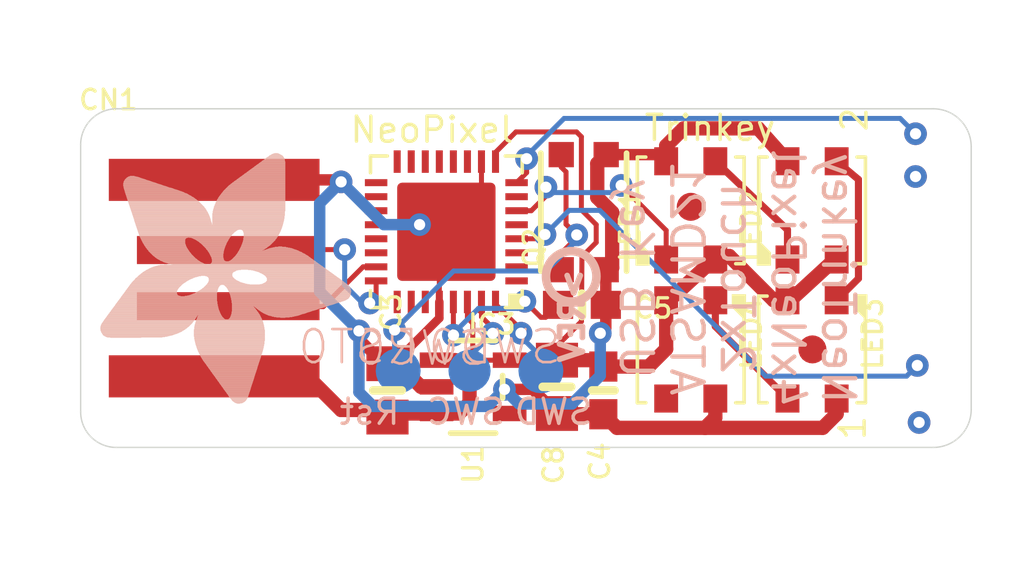
<source format=kicad_pcb>
(kicad_pcb (version 20211014) (generator pcbnew)
  (layers (0 "F.Cu" signal) (31 "B.Cu" signal) (34 "B.Paste" user) (35 "F.Paste" user) (36 "B.SilkS" user "B.Silkscreen") (37 "F.SilkS" user "F.Silkscreen") (38 "B.Mask" user) (39 "F.Mask" user) (44 "Edge.Cuts" user))
  (net 0 "")
  (net 1 "GND")
  (net 2 "D-")
  (net 3 "D+")
  (net 4 "VBUS")
  (net 5 "~{RESET}")
  (net 6 "3.3V")
  (net 7 "SWCLK")
  (net 8 "SWDIO")
  (net 9 "VDDCORE1")
  (net 10 "TOUCH1")
  (net 11 "TOUCH2")
  (net 12 "NEOPIX")
  (net 13 "N$1")
  (net 14 "N$2")
  (net 15 "N$3")
  (footprint "boardEagle:LED3535" (layer "F.Cu") (at 158.6866 107.543644 -90)
    (fp_text reference "LED3" (at -1.905 -2.159 90) (layer "F.SilkS") (effects (font (size 0.692831 0.692831) (thickness 0.119969)) (justify right)))
    (fp_text value "WS2812B3535")
    (pad "1" smd rect (at -1.75 -0.875) (size 0.85 1) (layers "F.Cu" "F.Paste" "F.Mask") (net 14 "N$2"))
    (pad "2" smd rect (at -1.75 0.875) (size 0.85 1) (layers "F.Cu" "F.Paste" "F.Mask") (net 6 "3.3V"))
    (pad "3" smd rect (at 1.75 0.875) (size 0.85 1) (layers "F.Cu" "F.Paste" "F.Mask") (net 15 "N$3"))
    (pad "4" smd rect (at 1.75 -0.875) (size 0.85 1) (layers "F.Cu" "F.Paste" "F.Mask") (net 1 "GND"))
  )
  (footprint "boardEagle:FIDUCIAL_1MM" (layer "F.Cu") (at 158.6993 107.543644)
    (fp_text reference "FID2" hide)
    (fp_text value "FIDUCIAL_1MM" hide)
    (pad "1" smd roundrect (at 0 0) (size 1 1) (layers "F.Cu" "F.Mask") (roundrect_rratio 0.5))
  )
  (footprint "boardEagle:0805-NO" (layer "F.Cu") (at 149.6061 108.877144 -90)
    (fp_text reference "C8" (at 2.032 0.127 90) (layer "F.SilkS") (effects (font (size 0.692831 0.692831) (thickness 0.119969)) (justify right)))
    (fp_text value "10uF")
    (pad "1" smd rect (at -0.95 0 270) (size 1.24 1.5) (layers "F.Cu" "F.Paste" "F.Mask") (net 6 "3.3V"))
    (pad "2" smd rect (at 0.95 0 270) (size 1.24 1.5) (layers "F.Cu" "F.Paste" "F.Mask") (net 1 "GND"))
  )
  (footprint "boardEagle:0603-NO" (layer "F.Cu") (at 151.2571 109.004144 -90)
    (fp_text reference "C4" (at 1.778 0.127 90) (layer "F.SilkS") (effects (font (size 0.692831 0.692831) (thickness 0.119969)) (justify right)))
    (fp_text value "1uF")
    (pad "1" smd rect (at -0.85 0 270) (size 1.075 1) (layers "F.Cu" "F.Paste" "F.Mask") (net 6 "3.3V"))
    (pad "2" smd rect (at 0.85 0 270) (size 1.075 1) (layers "F.Cu" "F.Paste" "F.Mask") (net 1 "GND"))
  )
  (footprint "boardEagle:LED3535" (layer "F.Cu") (at 154.3686 102.590644 90)
    (fp_text reference "LED1" (at -1.905 -2.159 90) (layer "F.SilkS") (effects (font (size 0.692831 0.692831) (thickness 0.119969)) (justify left)))
    (fp_text value "WS2812B3535")
    (pad "1" smd rect (at -1.75 -0.875 180) (size 0.85 1) (layers "F.Cu" "F.Paste" "F.Mask") (net 12 "NEOPIX"))
    (pad "2" smd rect (at -1.75 0.875 180) (size 0.85 1) (layers "F.Cu" "F.Paste" "F.Mask") (net 6 "3.3V"))
    (pad "3" smd rect (at 1.75 0.875 180) (size 0.85 1) (layers "F.Cu" "F.Paste" "F.Mask") (net 13 "N$1"))
    (pad "4" smd rect (at 1.75 -0.875 180) (size 0.85 1) (layers "F.Cu" "F.Paste" "F.Mask") (net 1 "GND"))
  )
  (footprint "boardEagle:LED3535" (layer "F.Cu") (at 158.6866 102.590644 90)
    (fp_text reference "LED2" (at -1.905 -2.159 90) (layer "F.SilkS") (effects (font (size 0.692831 0.692831) (thickness 0.119969)) (justify left)))
    (fp_text value "WS2812B3535")
    (pad "1" smd rect (at -1.75 -0.875 180) (size 0.85 1) (layers "F.Cu" "F.Paste" "F.Mask") (net 13 "N$1"))
    (pad "2" smd rect (at -1.75 0.875 180) (size 0.85 1) (layers "F.Cu" "F.Paste" "F.Mask") (net 6 "3.3V"))
    (pad "3" smd rect (at 1.75 0.875 180) (size 0.85 1) (layers "F.Cu" "F.Paste" "F.Mask") (net 14 "N$2"))
    (pad "4" smd rect (at 1.75 -0.875 180) (size 0.85 1) (layers "F.Cu" "F.Paste" "F.Mask") (net 1 "GND"))
  )
  (footprint "boardEagle:QFN32_5MM" (layer "F.Cu") (at 145.6691 103.352644 180)
    (fp_text reference "IC3" (at -2.54 -3.298) (layer "F.SilkS") (effects (font (size 0.692831 0.692831) (thickness 0.119969)) (justify right)))
    (fp_text value "ATSAMD21E")
    (pad "1" smd rect (at -2.5 -1.75 270) (size 0.25 0.8) (layers "F.Cu" "F.Paste"))
    (pad "2" smd rect (at -2.5 -1.25 270) (size 0.25 0.8) (layers "F.Cu" "F.Paste"))
    (pad "3" smd rect (at -2.5 -0.75 270) (size 0.25 0.8) (layers "F.Cu" "F.Paste"))
    (pad "4" smd rect (at -2.5 -0.25 270) (size 0.25 0.8) (layers "F.Cu" "F.Paste") (net 10 "TOUCH1"))
    (pad "5" smd rect (at -2.5 0.25 270) (size 0.25 0.8) (layers "F.Cu" "F.Paste"))
    (pad "6" smd rect (at -2.5 0.75 270) (size 0.25 0.8) (layers "F.Cu" "F.Paste") (net 12 "NEOPIX"))
    (pad "7" smd rect (at -2.5 1.25 270) (size 0.25 0.8) (layers "F.Cu" "F.Paste"))
    (pad "8" smd rect (at -2.5 1.75 270) (size 0.25 0.8) (layers "F.Cu" "F.Paste") (net 11 "TOUCH2"))
    (pad "9" smd rect (at -1.75 2.5) (size 0.25 0.8) (layers "F.Cu" "F.Paste") (net 6 "3.3V"))
    (pad "10" smd rect (at -1.25 2.5) (size 0.25 0.8) (layers "F.Cu" "F.Paste") (net 1 "GND"))
    (pad "11" smd rect (at -0.75 2.5) (size 0.25 0.8) (layers "F.Cu" "F.Paste"))
    (pad "12" smd rect (at -0.25 2.5) (size 0.25 0.8) (layers "F.Cu" "F.Paste"))
    (pad "13" smd rect (at 0.25 2.5) (size 0.25 0.8) (layers "F.Cu" "F.Paste"))
    (pad "14" smd rect (at 0.75 2.5) (size 0.25 0.8) (layers "F.Cu" "F.Paste"))
    (pad "15" smd rect (at 1.25 2.5) (size 0.25 0.8) (layers "F.Cu" "F.Paste"))
    (pad "16" smd rect (at 1.75 2.5) (size 0.25 0.8) (layers "F.Cu" "F.Paste"))
    (pad "17" smd rect (at 2.5 1.75 90) (size 0.25 0.8) (layers "F.Cu" "F.Paste"))
    (pad "18" smd rect (at 2.5 1.25 90) (size 0.25 0.8) (layers "F.Cu" "F.Paste"))
    (pad "19" smd rect (at 2.5 0.75 90) (size 0.25 0.8) (layers "F.Cu" "F.Paste"))
    (pad "20" smd rect (at 2.5 0.25 90) (size 0.25 0.8) (layers "F.Cu" "F.Paste"))
    (pad "21" smd rect (at 2.5 -0.25 90) (size 0.25 0.8) (layers "F.Cu" "F.Paste"))
    (pad "22" smd rect (at 2.5 -0.75 90) (size 0.25 0.8) (layers "F.Cu" "F.Paste"))
    (pad "23" smd rect (at 2.5 -1.25 90) (size 0.25 0.8) (layers "F.Cu" "F.Paste") (net 2 "D-"))
    (pad "24" smd rect (at 2.5 -1.75 90) (size 0.25 0.8) (layers "F.Cu" "F.Paste") (net 3 "D+"))
    (pad "25" smd rect (at 1.75 -2.5 180) (size 0.25 0.8) (layers "F.Cu" "F.Paste"))
    (pad "26" smd rect (at 1.25 -2.5 180) (size 0.25 0.8) (layers "F.Cu" "F.Paste") (net 5 "~{RESET}"))
    (pad "27" smd rect (at 0.75 -2.5 180) (size 0.25 0.8) (layers "F.Cu" "F.Paste"))
    (pad "28" smd rect (at 0.25 -2.5 180) (size 0.25 0.8) (layers "F.Cu" "F.Paste") (net 1 "GND"))
    (pad "29" smd rect (at -0.25 -2.5 180) (size 0.25 0.8) (layers "F.Cu" "F.Paste") (net 9 "VDDCORE1"))
    (pad "30" smd rect (at -0.75 -2.5 180) (size 0.25 0.8) (layers "F.Cu" "F.Paste") (net 6 "3.3V"))
    (pad "31" smd rect (at -1.25 -2.5 180) (size 0.25 0.8) (layers "F.Cu" "F.Paste") (net 7 "SWCLK"))
    (pad "32" smd rect (at -1.75 -2.5 180) (size 0.25 0.8) (layers "F.Cu" "F.Paste") (net 8 "SWDIO"))
    (pad "33" smd roundrect (at 0 0 180) (size 3.5 3.5) (layers "F.Cu" "F.Mask") (roundrect_rratio 0.05) (net 1 "GND"))
  )
  (footprint "boardEagle:LED3535" (layer "F.Cu") (at 154.3686 107.543644 -90)
    (fp_text reference "LED4" (at -1.905 -2.159 90) (layer "F.SilkS") (effects (font (size 0.692831 0.692831) (thickness 0.119969)) (justify right)))
    (fp_text value "WS2812B3535")
    (pad "1" smd rect (at -1.75 -0.875) (size 0.85 1) (layers "F.Cu" "F.Paste" "F.Mask") (net 15 "N$3"))
    (pad "2" smd rect (at -1.75 0.875) (size 0.85 1) (layers "F.Cu" "F.Paste" "F.Mask") (net 6 "3.3V"))
    (pad "3" smd rect (at 1.75 0.875) (size 0.85 1) (layers "F.Cu" "F.Paste" "F.Mask"))
    (pad "4" smd rect (at 1.75 -0.875) (size 0.85 1) (layers "F.Cu" "F.Paste" "F.Mask") (net 1 "GND"))
  )
  (footprint "boardEagle:0603-NO" (layer "F.Cu") (at 150.4951 105.956144)
    (fp_text reference "C5" (at 1.778 0.127) (layer "F.SilkS") (effects (font (size 0.692831 0.692831) (thickness 0.119969)) (justify left)))
    (fp_text value "1uF")
    (pad "1" smd rect (at -0.85 0) (size 1.075 1) (layers "F.Cu" "F.Paste" "F.Mask") (net 9 "VDDCORE1"))
    (pad "2" smd rect (at 0.85 0) (size 1.075 1) (layers "F.Cu" "F.Paste" "F.Mask") (net 1 "GND"))
  )
  (footprint "boardEagle:0805-NO" (layer "F.Cu") (at 143.5736 109.004144 90)
    (fp_text reference "C3" (at 2.032 0.127 90) (layer "F.SilkS") (effects (font (size 0.692831 0.692831) (thickness 0.119969)) (justify left)))
    (fp_text value "10uF")
    (pad "1" smd rect (at -0.95 0 90) (size 1.24 1.5) (layers "F.Cu" "F.Paste" "F.Mask") (net 4 "VBUS"))
    (pad "2" smd rect (at 0.95 0 90) (size 1.24 1.5) (layers "F.Cu" "F.Paste" "F.Mask") (net 1 "GND"))
  )
  (footprint "boardEagle:FIDUCIAL_1MM" (layer "F.Cu") (at 154.3686 102.463644)
    (fp_text reference "FID1" hide)
    (fp_text value "FIDUCIAL_1MM" hide)
    (pad "1" smd roundrect (at 0 0) (size 1 1) (layers "F.Cu" "F.Mask") (roundrect_rratio 0.5))
  )
  (footprint "boardEagle:BTN_KMR2_4.6X2.8" (layer "F.Cu") (at 150.5586 102.654144 90)
    (fp_text reference "Q2" (at -2.032 -1.778 90) (layer "F.SilkS") (effects (font (size 0.692831 0.692831) (thickness 0.119969)) (justify left)))
    (fp_text value "reset")
    (pad "A" smd rect (at 2.05 -0.8 90) (size 0.9 0.9) (layers "F.Cu" "F.Paste" "F.Mask") (net 5 "~{RESET}"))
    (pad "A'" smd rect (at -2.05 -0.8 90) (size 0.9 0.9) (layers "F.Cu" "F.Paste" "F.Mask") (net 5 "~{RESET}"))
    (pad "B" smd rect (at 2.05 0.8 90) (size 0.9 0.9) (layers "F.Cu" "F.Paste" "F.Mask") (net 1 "GND"))
    (pad "B'" smd rect (at -2.05 0.8 90) (size 0.9 0.9) (layers "F.Cu" "F.Paste" "F.Mask") (net 1 "GND"))
  )
  (footprint "boardEagle:USBA_PCB" (layer "F.Cu") (at 137.6046 105.003644)
    (fp_text reference "CN1" (at -5.08 -6.35) (layer "F.SilkS") (effects (font (size 0.692831 0.692831) (thickness 0.119969)) (justify left)))
    (fp_text value "")
    (pad "GND" smd rect (at -0.2 -3.5) (size 7.5 1.5) (layers "F.Cu" "F.Mask") (net 1 "GND"))
    (pad "USB_NEG" smd rect (at 0.3 1) (size 6.5 1) (layers "F.Cu" "F.Mask") (net 2 "D-"))
    (pad "USB_PLUS" smd rect (at 0.3 -1) (size 6.5 1) (layers "F.Cu" "F.Mask") (net 3 "D+"))
    (pad "VCC" smd rect (at -0.2 3.5) (size 7.5 1.5) (layers "F.Cu" "F.Mask") (net 4 "VBUS"))
  )
  (footprint "boardEagle:SOT23-5" (layer "F.Cu") (at 146.6216 108.877144 -90)
    (fp_text reference "U1" (at 1.978 0 90) (layer "F.SilkS") (effects (font (size 0.692831 0.692831) (thickness 0.119969)) (justify right)))
    (fp_text value "AP2112K-3.3")
    (pad "1" smd rect (at -0.95 1.3001 270) (size 0.55 1.2) (layers "F.Cu" "F.Paste" "F.Mask") (net 4 "VBUS"))
    (pad "2" smd rect (at 0 1.3001 270) (size 0.55 1.2) (layers "F.Cu" "F.Paste" "F.Mask") (net 1 "GND"))
    (pad "3" smd rect (at 0.95 1.3001 270) (size 0.55 1.2) (layers "F.Cu" "F.Paste" "F.Mask") (net 4 "VBUS"))
    (pad "4" smd rect (at 0.95 -1.3001 270) (size 0.55 1.2) (layers "F.Cu" "F.Paste" "F.Mask"))
    (pad "5" smd rect (at -0.95 -1.3001 270) (size 0.55 1.2) (layers "F.Cu" "F.Paste" "F.Mask") (net 6 "3.3V"))
  )
  (footprint "boardEagle:TP16R" (layer "B.Cu") (at 143.9546 108.305644 180)
    (fp_text reference "RST0" (at -0.8001 0.8499) (layer "B.SilkS") (effects (font (size 1.176528 1.176528) (thickness 0.093472)) (justify left mirror)))
    (fp_text value "TPTP16R")
    (pad "TP" smd roundrect (at 0 0 180) (size 1.6 1.6) (layers "B.Cu" "B.Mask") (roundrect_rratio 0.5) (net 5 "~{RESET}"))
  )
  (footprint "boardEagle:ADAFRUIT_9MM" (layer "B.Cu") (at 133.3501 100.558644)
    (fp_text reference "U$10" hide)
    (fp_text value "" hide)
  )
  (footprint "boardEagle:TP15R" (layer "B.Cu") (at 146.4946 108.305644 180)
    (fp_text reference "SWC0" (at -0.7501 0.8001) (layer "B.SilkS") (effects (font (size 1.176528 1.176528) (thickness 0.093472)) (justify left mirror)))
    (fp_text value "TPTP15R")
    (pad "TP" smd roundrect (at 0 0 180) (size 1.5 1.5) (layers "B.Cu" "B.Mask") (roundrect_rratio 0.5) (net 7 "SWCLK"))
  )
  (footprint "boardEagle:PCBFEAT-REV-040" (layer "B.Cu") (at 150.1141 104.940144 -90)
    (fp_text reference "U$8" hide)
    (fp_text value "" hide)
    (fp_text user ">REV" (at -0.3556 -0.508 90) (layer "B.SilkS") (effects (font (size 0.8128 0.8128) (thickness 0.2032)) (justify left bottom mirror)))
  )
  (footprint "boardEagle:TP16R" (layer "B.Cu") (at 149.0346 108.305644 180)
    (fp_text reference "SWD0" (at -0.8001 0.8499) (layer "B.SilkS") (effects (font (size 1.176528 1.176528) (thickness 0.093472)) (justify left mirror)))
    (fp_text value "TPTP16R")
    (pad "TP" smd roundrect (at 0 0 180) (size 1.6 1.6) (layers "B.Cu" "B.Mask") (roundrect_rratio 0.5) (net 8 "SWDIO"))
  )
  (gr_line (start 164.3506 100.321226) (end 164.3506 109.686144) (layer "Edge.Cuts") (width 0.05))
  (gr_arc (start 132.6516 100.241144) (mid 133.038574 99.336905) (end 133.9516 98.971144) (layer "Edge.Cuts") (width 0.05))
  (gr_line (start 133.9516 98.971144) (end 163.000518 98.971144) (layer "Edge.Cuts") (width 0.05))
  (gr_arc (start 133.9216 111.036144) (mid 133.023574 110.66417) (end 132.6516 109.766144) (layer "Edge.Cuts") (width 0.05))
  (gr_line (start 163.0006 111.036144) (end 133.9216 111.036144) (layer "Edge.Cuts") (width 0.05))
  (gr_arc (start 163.000518 98.971144) (mid 163.95517 99.366574) (end 164.3506 100.321226) (layer "Edge.Cuts") (width 0.05))
  (gr_arc (start 164.3506 109.686144) (mid 163.955194 110.640738) (end 163.0006 111.036144) (layer "Edge.Cuts") (width 0.05))
  (gr_line (start 132.6516 109.766144) (end 132.6516 100.241144) (layer "Edge.Cuts") (width 0.05))
  (gr_text "SWD" (at 149.4791 109.766144) (layer "B.SilkS") (effects (font (size 0.89408 0.89408) (thickness 0.12192)) (justify mirror)))
  (gr_text "Rst" (at 142.9386 109.766144) (layer "B.SilkS") (effects (font (size 0.89408 0.89408) (thickness 0.12192)) (justify mirror)))
  (gr_text "SWC" (at 146.3676 109.766144) (layer "B.SilkS") (effects (font (size 0.89408 0.89408) (thickness 0.12192)) (justify mirror)))
  (gr_text "NeoTrinkey\n4xNeoPixel\n2xTouch\nATSAMD21\nUSB Key" (at 156.0196 105.003644 -90) (layer "B.SilkS") (effects (font (size 1.1176 1.1176) (thickness 0.1524)) (justify mirror)))
  (gr_text "1" (at 160.6551 110.845644 90) (layer "F.SilkS") (effects (font (size 0.89408 0.89408) (thickness 0.12192)) (justify left bottom)))
  (gr_text "Trinkey" (at 152.6541 100.177644) (layer "F.SilkS") (effects (font (size 0.89408 0.89408) (thickness 0.12192)) (justify left bottom)))
  (gr_text "2" (at 160.7186 99.860144 90) (layer "F.SilkS") (effects (font (size 0.89408 0.89408) (thickness 0.12192)) (justify left bottom)))
  (gr_text "NeoPixel" (at 142.1766 100.241144) (layer "F.SilkS") (effects (font (size 0.89408 0.89408) (thickness 0.12192)) (justify left bottom)))
  (segment (start 151.2571 109.854144) (end 149.6331 109.854144) (width 0.508) (layer "F.Cu") (net 1))
  (segment (start 149.6061 109.827144) (end 148.745878 108.966922) (width 0.4064) (layer "F.Cu") (net 1))
  (segment (start 145.4191 103.602644) (end 145.6691 103.352644) (width 0.1778) (layer "F.Cu") (net 1))
  (segment (start 151.3451 104.717644) (end 151.3586 104.704144) (width 0.4064) (layer "F.Cu") (net 1))
  (segment (start 151.3451 105.956144) (end 151.3451 106.771494) (width 0.4064) (layer "F.Cu") (net 1))
  (segment (start 145.3215 108.877144) (end 144.767181 108.877144) (width 0.508) (layer "F.Cu") (net 1))
  (segment (start 151.3451 106.771494) (end 151.14765 106.968944) (width 0.4064) (layer "F.Cu") (net 1))
  (segment (start 143.5736 108.054144) (end 143.436181 108.054144) (width 0.4064) (layer "F.Cu") (net 1))
  (segment (start 143.436181 108.054144) (end 142.5576 107.175562) (width 0.4064) (layer "F.Cu") (net 1))
  (segment (start 151.0411 100.921644) (end 151.0411 102.132388) (width 0.508) (layer "F.Cu") (net 1))
  (segment (start 151.5713 102.662588) (end 151.5713 104.636198) (width 0.508) (layer "F.Cu") (net 1))
  (segment (start 145.4191 106.429325) (end 143.794281 108.054144) (width 0.3048) (layer "F.Cu") (net 1))
  (segment (start 137.4046 101.503644) (end 141.8516 101.503644) (width 0.4064) (layer "F.Cu") (net 1))
  (segment (start 156.7676 99.669644) (end 157.8116 100.840644) (width 0.508) (layer "F.Cu") (net 1))
  (segment (start 154.8766 110.337644) (end 155.2436 109.970644) (width 0.508) (layer "F.Cu") (net 1))
  (segment (start 144.767181 108.877144) (end 143.944181 108.054144) (width 0.508) (layer "F.Cu") (net 1))
  (segment (start 153.4936 100.840644) (end 153.2571 100.604144) (width 0.4064) (layer "F.Cu") (net 1))
  (segment (start 146.9191 100.852644) (end 146.9191 102.102644) (width 0.1778) (layer "F.Cu") (net 1))
  (segment (start 148.745878 108.966922) (end 147.738321 108.966922) (width 0.4064) (layer "F.Cu") (net 1))
  (segment (start 159.5616 109.293644) (end 159.5616 109.843644) (width 0.508) (layer "F.Cu") (net 1))
  (segment (start 144.9706 103.352644) (end 144.7166 103.098644) (width 0.1778) (layer "F.Cu") (net 1))
  (segment (start 153.4936 100.290644) (end 154.1146 99.669644) (width 0.508) (layer "F.Cu") (net 1))
  (segment (start 159.0676 110.337644) (end 154.8766 110.337644) (width 0.508) (layer "F.Cu") (net 1))
  (segment (start 149.6061 109.827144) (end 149.6331 109.854144) (width 0.508) (layer "F.Cu") (net 1))
  (segment (start 145.4191 105.852644) (end 145.4191 103.602644) (width 0.1778) (layer "F.Cu") (net 1))
  (segment (start 151.3586 100.604144) (end 151.0411 100.921644) (width 0.508) (layer "F.Cu") (net 1))
  (segment (start 145.4191 105.852644) (end 145.4191 106.429325) (width 0.3048) (layer "F.Cu") (net 1))
  (segment (start 151.3451 105.956144) (end 151.3451 104.717644) (width 0.4064) (layer "F.Cu") (net 1))
  (segment (start 155.2436 109.970644) (end 155.2436 109.293644) (width 0.508) (layer "F.Cu") (net 1))
  (segment (start 151.3586 104.704144) (end 151.503353 104.704144) (width 0.508) (layer "F.Cu") (net 1))
  (segment (start 151.2571 109.854144) (end 151.7406 110.337644) (width 0.508) (layer "F.Cu") (net 1))
  (segment (start 151.7406 110.337644) (end 154.8766 110.337644) (width 0.508) (layer "F.Cu") (net 1))
  (segment (start 143.794281 108.054144) (end 143.5736 108.054144) (width 0.3048) (layer "F.Cu") (net 1))
  (segment (start 141.8516 101.503644) (end 141.9226 101.574644) (width 0.1778) (layer "F.Cu") (net 1))
  (segment (start 146.9191 102.102644) (end 145.6691 103.352644) (width 0.1778) (layer "F.Cu") (net 1))
  (segment (start 151.5713 102.662588) (end 151.0411 102.132388) (width 0.508) (layer "F.Cu") (net 1))
  (segment (start 142.5576 106.883244) (end 142.5576 107.175562) (width 0.4064) (layer "F.Cu") (net 1))
  (segment (start 145.6691 103.352644) (end 144.9706 103.352644) (width 0.1778) (layer "F.Cu") (net 1))
  (segment (start 153.4936 100.840644) (end 153.4936 100.290644) (width 0.508) (layer "F.Cu") (net 1))
  (segment (start 151.503353 104.704144) (end 151.5713 104.636198) (width 0.508) (layer "F.Cu") (net 1))
  (segment (start 154.1146 99.669644) (end 156.7676 99.669644) (width 0.508) (layer "F.Cu") (net 1))
  (segment (start 151.3586 100.604144) (end 153.2571 100.604144) (width 0.4064) (layer "F.Cu") (net 1))
  (segment (start 159.5616 109.843644) (end 159.0676 110.337644) (width 0.508) (layer "F.Cu") (net 1))
  (segment (start 143.944181 108.054144) (end 143.5736 108.054144) (width 0.508) (layer "F.Cu") (net 1))
  (via (at 141.9226 101.574644) (size 0.8064) (drill 0.4) (layers "F.Cu" "B.Cu") (net 1))
  (via (at 142.5576 106.883244) (size 0.8064) (drill 0.4) (layers "F.Cu" "B.Cu") (net 1))
  (via (at 151.14765 106.968944) (size 0.8064) (drill 0.4) (layers "F.Cu" "B.Cu") (net 1))
  (via (at 144.7166 103.098644) (size 0.8064) (drill 0.4) (layers "F.Cu" "B.Cu") (net 1))
  (via (at 147.738321 108.966922) (size 0.8064) (drill 0.4) (layers "F.Cu" "B.Cu") (net 1))
  (segment (start 150.1396 109.486644) (end 148.258043 109.486644) (width 0.4064) (layer "B.Cu") (net 1))
  (segment (start 147.738321 108.966922) (end 147.1296 109.575644) (width 0.4064) (layer "B.Cu") (net 1))
  (segment (start 148.258043 109.486644) (end 147.738321 108.966922) (width 0.4064) (layer "B.Cu") (net 1))
  (segment (start 143.4466 103.098644) (end 141.9226 101.574644) (width 0.4064) (layer "B.Cu") (net 1))
  (segment (start 142.6846 106.756244) (end 142.5576 106.883244) (width 0.4064) (layer "B.Cu") (net 1))
  (segment (start 142.6846 106.756244) (end 142.4306 106.756244) (width 0.4064) (layer "B.Cu") (net 1))
  (segment (start 151.14765 108.478594) (end 150.1396 109.486644) (width 0.4064) (layer "B.Cu") (net 1))
  (segment (start 144.7166 103.098644) (end 143.4466 103.098644) (width 0.4064) (layer "B.Cu") (net 1))
  (segment (start 142.4306 106.756244) (end 141.1606 105.486244) (width 0.4064) (layer "B.Cu") (net 1))
  (segment (start 151.14765 106.968944) (end 151.14765 108.478594) (width 0.4064) (layer "B.Cu") (net 1))
  (segment (start 142.5576 109.067644) (end 142.5576 106.883244) (width 0.4064) (layer "B.Cu") (net 1))
  (segment (start 141.1606 102.336644) (end 141.1606 105.486244) (width 0.4064) (layer "B.Cu") (net 1))
  (segment (start 147.1296 109.575644) (end 143.0656 109.575644) (width 0.4064) (layer "B.Cu") (net 1))
  (segment (start 143.0656 109.575644) (end 142.5576 109.067644) (width 0.4064) (layer "B.Cu") (net 1))
  (segment (start 141.9226 101.574644) (end 141.1606 102.336644) (width 0.4064) (layer "B.Cu") (net 1))
  (segment (start 137.9206 106.019644) (end 137.9046 106.003644) (width 0.1778) (layer "F.Cu") (net 2))
  (segment (start 141.2876 106.019644) (end 137.9206 106.019644) (width 0.1778) (layer "F.Cu") (net 2))
  (segment (start 143.1691 104.602644) (end 142.7046 104.602644) (width 0.1778) (layer "F.Cu") (net 2))
  (segment (start 142.7046 104.602644) (end 141.2876 106.019644) (width 0.1778) (layer "F.Cu") (net 2))
  (segment (start 137.9206 103.987644) (end 137.9046 104.003644) (width 0.1778) (layer "F.Cu") (net 3))
  (segment (start 143.1691 105.102644) (end 143.1691 105.662144) (width 0.1778) (layer "F.Cu") (net 3))
  (segment (start 142.0496 103.987644) (end 137.9206 103.987644) (width 0.1778) (layer "F.Cu") (net 3))
  (segment (start 143.1691 105.662144) (end 142.9386 105.892644) (width 0.1778) (layer "F.Cu") (net 3))
  (via (at 142.0496 103.987644) (size 0.8064) (drill 0.4) (layers "F.Cu" "B.Cu") (net 3))
  (via (at 142.9386 105.892644) (size 0.8064) (drill 0.4) (layers "F.Cu" "B.Cu") (net 3))
  (segment (start 142.6846 105.892644) (end 142.0496 105.257644) (width 0.1778) (layer "B.Cu") (net 3))
  (segment (start 142.9386 105.892644) (end 142.6846 105.892644) (width 0.1778) (layer "B.Cu") (net 3))
  (segment (start 142.0496 105.257644) (end 142.0496 103.987644) (width 0.1778) (layer "B.Cu") (net 3))
  (segment (start 145.3215 109.827144) (end 143.7006 109.827144) (width 0.508) (layer "F.Cu") (net 4))
  (segment (start 143.5736 109.705144) (end 143.5736 109.954144) (width 0.508) (layer "F.Cu") (net 4))
  (segment (start 146.4946 108.435144) (end 145.9866 107.927144) (width 0.508) (layer "F.Cu") (net 4))
  (segment (start 143.5761 109.702644) (end 143.5736 109.705144) (width 0.508) (layer "F.Cu") (net 4))
  (segment (start 140.7236 108.503644) (end 141.9226 109.702644) (width 0.508) (layer "F.Cu") (net 4))
  (segment (start 141.9226 109.702644) (end 143.5761 109.702644) (width 0.508) (layer "F.Cu") (net 4))
  (segment (start 146.1161 109.827144) (end 145.3215 109.827144) (width 0.508) (layer "F.Cu") (net 4))
  (segment (start 143.5736 109.954144) (end 143.7006 109.827144) (width 0.508) (layer "F.Cu") (net 4))
  (segment (start 145.3215 107.927144) (end 145.9866 107.927144) (width 0.508) (layer "F.Cu") (net 4))
  (segment (start 137.4046 108.503644) (end 140.7236 108.503644) (width 0.508) (layer "F.Cu") (net 4))
  (segment (start 146.4946 108.435144) (end 146.4946 109.448644) (width 0.508) (layer "F.Cu") (net 4))
  (segment (start 146.4946 109.448644) (end 146.1161 109.827144) (width 0.508) (layer "F.Cu") (net 4))
  (segment (start 149.9292 101.219244) (end 149.7586 101.048644) (width 0.1778) (layer "F.Cu") (net 5))
  (segment (start 150.3102 103.465369) (end 150.3102 103.563044) (width 0.1778) (layer "F.Cu") (net 5))
  (segment (start 144.4191 105.852644) (end 144.4191 106.258444) (width 0.1778) (layer "F.Cu") (net 5))
  (segment (start 149.9292 103.084369) (end 150.3102 103.465369) (width 0.1778) (layer "F.Cu") (net 5))
  (segment (start 149.7586 104.114644) (end 149.7586 104.704144) (width 0.1778) (layer "F.Cu") (net 5))
  (segment (start 144.4191 106.258444) (end 143.8276 106.849944) (width 0.1778) (layer "F.Cu") (net 5))
  (segment (start 149.7586 100.604144) (end 149.7586 101.048644) (width 0.1778) (layer "F.Cu") (net 5))
  (segment (start 150.3102 103.563044) (end 149.7586 104.114644) (width 0.1778) (layer "F.Cu") (net 5))
  (segment (start 149.9292 101.219244) (end 149.9292 103.084369) (width 0.1778) (layer "F.Cu") (net 5))
  (via (at 150.3102 103.465369) (size 0.8064) (drill 0.4) (layers "F.Cu" "B.Cu") (net 5))
  (via (at 143.8276 106.849944) (size 0.8064) (drill 0.4) (layers "F.Cu" "B.Cu") (net 5))
  (segment (start 143.8276 106.849944) (end 143.8276 108.178644) (width 0.1778) (layer "B.Cu") (net 5))
  (segment (start 143.8276 106.849944) (end 145.9279 104.749644) (width 0.1778) (layer "B.Cu") (net 5))
  (segment (start 145.9279 104.749644) (end 149.216425 104.749644) (width 0.1778) (layer "B.Cu") (net 5))
  (segment (start 150.3102 103.655869) (end 149.216425 104.749644) (width 0.1778) (layer "B.Cu") (net 5))
  (segment (start 150.3102 103.465369) (end 150.3102 103.655869) (width 0.1778) (layer "B.Cu") (net 5))
  (segment (start 143.9546 108.305644) (end 143.8276 108.178644) (width 0.1778) (layer "B.Cu") (net 5))
  (segment (start 146.4191 105.852644) (end 146.4191 106.424144) (width 0.1778) (layer "F.Cu") (net 6))
  (segment (start 151.0301 107.927144) (end 149.6061 107.927144) (width 0.508) (layer "F.Cu") (net 6))
  (segment (start 151.0031 103.098644) (end 150.4753 102.570844) (width 0.1778) (layer "F.Cu") (net 6))
  (segment (start 157.3176 105.793644) (end 157.8116 105.793644) (width 0.508) (layer "F.Cu") (net 6))
  (segment (start 151.2571 108.154144) (end 151.0301 107.927144) (width 0.508) (layer "F.Cu") (net 6))
  (segment (start 151.2571 108.154144) (end 152.8691 108.154144) (width 0.508) (layer "F.Cu") (net 6))
  (segment (start 150.495584 104.24116) (end 151.0031 103.733644) (width 0.1778) (layer "F.Cu") (net 6))
  (segment (start 159.49255 104.340644) (end 157.91255 105.793644) (width 0.508) (layer "F.Cu") (net 6))
  (segment (start 148.1456 99.796644) (end 147.4191 100.523144) (width 0.1778) (layer "F.Cu") (net 6))
  (segment (start 157.8116 105.793644) (end 157.91255 105.793644) (width 0.508) (layer "F.Cu") (net 6))
  (segment (start 150.4753 99.967344) (end 150.3046 99.796644) (width 0.1778) (layer "F.Cu") (net 6))
  (segment (start 152.8691 108.154144) (end 153.4936 107.529644) (width 0.508) (layer "F.Cu") (net 6))
  (segment (start 150.3046 99.796644) (end 148.1456 99.796644) (width 0.1778) (layer "F.Cu") (net 6))
  (segment (start 146.6096 107.777837) (end 146.758906 107.927144) (width 0.1778) (layer "F.Cu") (net 6))
  (segment (start 155.1801 104.340644) (end 153.6001 105.793644) (width 0.508) (layer "F.Cu") (net 6))
  (segment (start 149.6061 107.927144) (end 147.9217 107.927144) (width 0.508) (layer "F.Cu") (net 6))
  (segment (start 146.758906 107.927144) (end 147.9217 107.927144) (width 0.1778) (layer "F.Cu") (net 6))
  (segment (start 146.6096 106.614644) (end 146.6096 107.777837) (width 0.1778) (layer "F.Cu") (net 6))
  (segment (start 159.49255 104.340644) (end 159.5616 104.340644) (width 0.508) (layer "F.Cu") (net 6))
  (segment (start 155.7376 104.213644) (end 157.3176 105.793644) (width 0.508) (layer "F.Cu") (net 6))
  (segment (start 149.6061 107.927144) (end 149.6061 107.419144) (width 0.1778) (layer "F.Cu") (net 6))
  (segment (start 146.6096 106.614644) (end 146.4191 106.424144) (width 0.1778) (layer "F.Cu") (net 6))
  (segment (start 150.4753 102.570844) (end 150.4753 99.967344) (width 0.1778) (layer "F.Cu") (net 6))
  (segment (start 150.478193 106.54705) (end 149.6061 107.419144) (width 0.1778) (layer "F.Cu") (net 6))
  (segment (start 150.478193 106.54705) (end 150.495584 104.24116) (width 0.1778) (layer "F.Cu") (net 6))
  (segment (start 151.0031 103.733644) (end 151.0031 103.098644) (width 0.1778) (layer "F.Cu") (net 6))
  (segment (start 147.4191 100.523144) (end 147.4191 100.852644) (width 0.1778) (layer "F.Cu") (net 6))
  (segment (start 155.2436 104.340644) (end 155.7376 104.213644) (width 0.508) (layer "F.Cu") (net 6))
  (segment (start 153.4936 107.529644) (end 153.4936 105.793644) (width 0.508) (layer "F.Cu") (net 6))
  (segment (start 155.1801 104.340644) (end 155.2436 104.340644) (width 0.508) (layer "F.Cu") (net 6))
  (segment (start 153.4936 105.793644) (end 153.6001 105.793644) (width 0.508) (layer "F.Cu") (net 6))
  (segment (start 147.3201 106.781644) (end 147.3201 106.972144) (width 0.1778) (layer "F.Cu") (net 7))
  (segment (start 147.3201 106.781644) (end 146.9191 106.380644) (width 0.1778) (layer "F.Cu") (net 7))
  (segment (start 146.9191 105.852644) (end 146.9191 106.380644) (width 0.1778) (layer "F.Cu") (net 7))
  (via (at 147.3201 106.972144) (size 0.8064) (drill 0.4) (layers "F.Cu" "B.Cu") (net 7))
  (segment (start 146.4946 107.797644) (end 146.4946 108.305644) (width 0.1778) (layer "B.Cu") (net 7))
  (segment (start 147.3201 106.972144) (end 146.4946 107.797644) (width 0.1778) (layer "B.Cu") (net 7))
  (segment (start 148.326675 106.966644) (end 148.326675 106.839644) (width 0.1778) (layer "F.Cu") (net 8))
  (segment (start 147.4191 105.852644) (end 147.4191 105.932069) (width 0.1778) (layer "F.Cu") (net 8))
  (segment (start 148.326675 106.839644) (end 147.4191 105.932069) (width 0.1778) (layer "F.Cu") (net 8))
  (via (at 148.326675 106.966644) (size 0.8064) (drill 0.4) (layers "F.Cu" "B.Cu") (net 8))
  (segment (start 149.018525 107.785494) (end 149.0346 108.305644) (width 0.1778) (layer "B.Cu") (net 8))
  (segment (start 149.018525 107.785494) (end 148.326671 107.09364) (width 0.1778) (layer "B.Cu") (net 8))
  (segment (start 148.326675 106.966644) (end 148.326671 107.09364) (width 0.1778) (layer "B.Cu") (net 8))
  (segment (start 145.9231 107.035644) (end 145.9191 107.031644) (width 0.1778) (layer "F.Cu") (net 9))
  (segment (start 149.2006 106.400644) (end 149.0346 106.400644) (width 0.1778) (layer "F.Cu") (net 9))
  (segment (start 148.4631 105.829144) (end 149.0346 106.400644) (width 0.1778) (layer "F.Cu") (net 9))
  (segment (start 149.6451 105.956144) (end 149.2006 106.400644) (width 0.1778) (layer "F.Cu") (net 9))
  (segment (start 145.9191 105.852644) (end 145.9191 107.031644) (width 0.1778) (layer "F.Cu") (net 9))
  (via (at 148.4631 105.829144) (size 0.8064) (drill 0.4) (layers "F.Cu" "B.Cu") (net 9))
  (via (at 145.9231 107.035644) (size 0.8064) (drill 0.4) (layers "F.Cu" "B.Cu") (net 9))
  (segment (start 148.2091 106.083144) (end 148.4631 105.829144) (width 0.1778) (layer "B.Cu") (net 9))
  (segment (start 146.8121 106.083144) (end 145.9231 106.972144) (width 0.1778) (layer "B.Cu") (net 9))
  (segment (start 148.2091 106.083144) (end 146.8121 106.083144) (width 0.1778) (layer "B.Cu") (net 9))
  (segment (start 145.9231 107.035644) (end 145.9231 106.972144) (width 0.1778) (layer "B.Cu") (net 9))
  (segment (start 148.1691 103.602644) (end 149.026 103.602644) (width 0.1778) (layer "F.Cu") (net 10))
  (segment (start 149.178787 103.449857) (end 149.026 103.602644) (width 0.1778) (layer "F.Cu") (net 10))
  (via (at 162.4966 110.147144) (size 0.8064) (drill 0.4) (layers "F.Cu" "B.Cu") (net 10))
  (via (at 149.178787 103.449857) (size 0.8064) (drill 0.4) (layers "F.Cu" "B.Cu") (net 10))
  (via (at 162.4331 108.115144) (size 0.8064) (drill 0.4) (layers "F.Cu" "B.Cu") (net 10))
  (segment (start 149.178787 103.449857) (end 150.038 102.590644) (width 0.1778) (layer "B.Cu") (net 10))
  (segment (start 150.038 102.590644) (end 151.1301 102.590644) (width 0.1778) (layer "B.Cu") (net 10))
  (segment (start 151.1301 102.590644) (end 157.0356 108.496144) (width 0.1778) (layer "B.Cu") (net 10))
  (segment (start 162.0521 108.496144) (end 162.4331 108.115144) (width 0.1778) (layer "B.Cu") (net 10))
  (segment (start 157.0356 108.496144) (end 162.0521 108.496144) (width 0.1778) (layer "B.Cu") (net 10))
  (segment (start 148.1691 101.602644) (end 148.5266 101.245144) (width 0.1778) (layer "F.Cu") (net 11))
  (segment (start 148.5266 101.245144) (end 148.5266 100.749144) (width 0.1778) (layer "F.Cu") (net 11))
  (via (at 162.3696 101.384144) (size 0.8064) (drill 0.4) (layers "F.Cu" "B.Cu") (net 11))
  (via (at 148.5266 100.749144) (size 0.8064) (drill 0.4) (layers "F.Cu" "B.Cu") (net 11))
  (via (at 162.3696 99.860144) (size 0.8064) (drill 0.4) (layers "F.Cu" "B.Cu") (net 11))
  (segment (start 148.5266 100.647544) (end 149.8601 99.314044) (width 0.1778) (layer "B.Cu") (net 11))
  (segment (start 148.5266 100.749144) (end 148.5266 100.647544) (width 0.1778) (layer "B.Cu") (net 11))
  (segment (start 161.8235 99.314044) (end 162.3696 99.860144) (width 0.1778) (layer "B.Cu") (net 11))
  (segment (start 149.8601 99.314044) (end 161.8235 99.314044) (width 0.1778) (layer "B.Cu") (net 11))
  (segment (start 153.4936 103.303144) (end 153.4936 104.340644) (width 0.1778) (layer "F.Cu") (net 12))
  (segment (start 148.6925 102.602644) (end 148.1691 102.602644) (width 0.1778) (layer "F.Cu") (net 12))
  (segment (start 151.8921 101.701644) (end 153.4936 103.303144) (width 0.1778) (layer "F.Cu") (net 12))
  (segment (start 149.2125 101.765144) (end 149.2125 102.082644) (width 0.1778) (layer "F.Cu") (net 12))
  (segment (start 149.2125 102.082644) (end 148.6925 102.602644) (width 0.1778) (layer "F.Cu") (net 12))
  (via (at 149.2125 101.765144) (size 0.8064) (drill 0.4) (layers "F.Cu" "B.Cu") (net 12))
  (via (at 151.8921 101.701644) (size 0.8064) (drill 0.4) (layers "F.Cu" "B.Cu") (net 12))
  (segment (start 151.8921 101.701644) (end 151.6381 101.955644) (width 0.1778) (layer "B.Cu") (net 12))
  (segment (start 149.4665 101.955644) (end 149.276 101.765144) (width 0.1778) (layer "B.Cu") (net 12))
  (segment (start 151.6381 101.955644) (end 149.4665 101.955644) (width 0.1778) (layer "B.Cu") (net 12))
  (segment (start 149.2125 101.765144) (end 149.276 101.765144) (width 0.1778) (layer "B.Cu") (net 12))
  (segment (start 157.8116 103.281644) (end 157.8116 104.340644) (width 0.254) (layer "F.Cu") (net 13))
  (segment (start 155.2436 100.840644) (end 157.8116 103.281644) (width 0.254) (layer "F.Cu") (net 13))
  (segment (start 159.5616 100.840644) (end 160.3376 101.489644) (width 0.254) (layer "F.Cu") (net 14))
  (segment (start 160.3376 101.489644) (end 160.3376 105.017644) (width 0.254) (layer "F.Cu") (net 14))
  (segment (start 160.3376 105.017644) (end 159.5616 105.793644) (width 0.254) (layer "F.Cu") (net 14))
  (segment (start 157.8116 109.293644) (end 155.2436 106.725644) (width 0.254) (layer "F.Cu") (net 15))
  (segment (start 155.2436 106.725644) (end 155.2436 105.793644) (width 0.254) (layer "F.Cu") (net 15))
)
</source>
